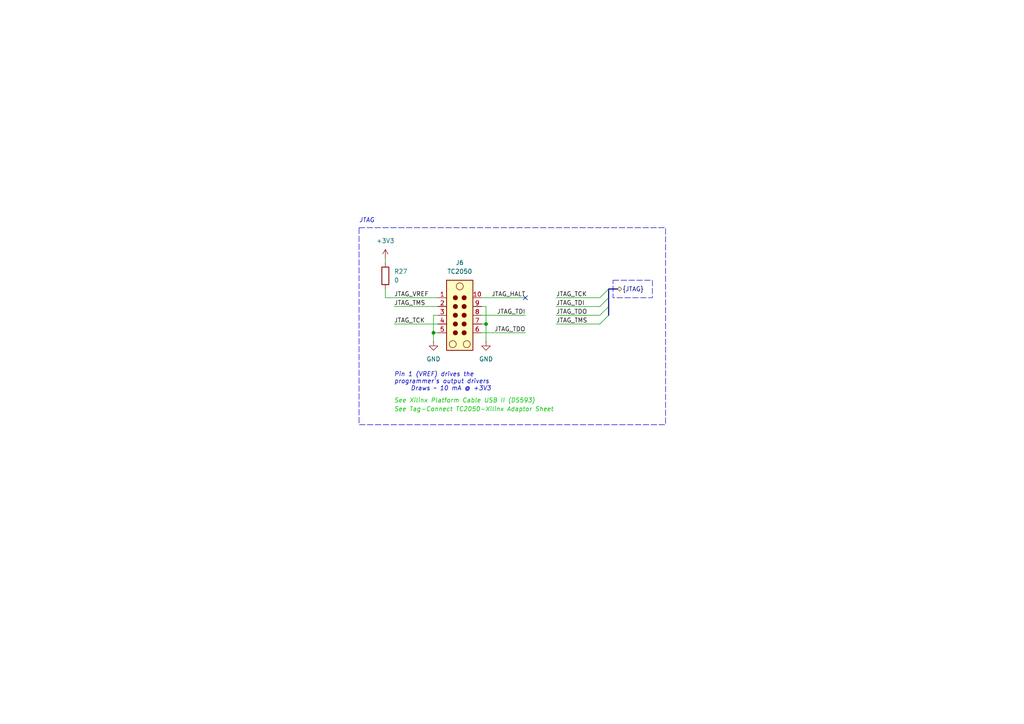
<source format=kicad_sch>
(kicad_sch (version 20250114) (generator "eeschema") (generator_version "9.0")
  (paper "A4")
  (title_block (title "nuku.carrier.template.basic") (date "2025-06-28") (rev "0") (company "Samuel López Asunción") (comment 1 "@supersmau"))
  (lib_symbols
    (symbol "Connector:TC2050" (in_bom no)
      (property "Reference" "J" (at 1.27 11.43 0))
      (property "Value" "TC2050" (at 1.27 -11.43 0))
      (symbol "TC2050_1_1"
        (rectangle (start -2.54 10.16) (end 5.08 -10.16) (stroke (width 0.254)) (fill (type background)))
        (circle (center -0.762 -8.382) (radius 1.016))
        (circle (center 0 5.08) (radius 0.635) (fill (type outline)))
        (circle (center 0 2.54) (radius 0.635) (fill (type outline)))
        (circle (center 0 0) (radius 0.635) (fill (type outline)))
        (circle (center 0 -2.54) (radius 0.635) (fill (type outline)))
        (circle (center 0 -5.08) (radius 0.635) (fill (type outline)))
        (circle (center 1.27 8.382) (radius 1.016))
        (circle (center 2.54 5.08) (radius 0.635) (fill (type outline)))
        (circle (center 2.54 2.54) (radius 0.635) (fill (type outline)))
        (circle (center 2.54 0) (radius 0.635) (fill (type outline)))
        (circle (center 2.54 -2.54) (radius 0.635) (fill (type outline)))
        (circle (center 2.54 -5.08) (radius 0.635) (fill (type outline)))
        (circle (center 3.302 -8.382) (radius 1.016))
        (pin passive line (at -5.08 5.08 0) (length 2.54) (name "~") (number "1"))
        (pin passive line (at -5.08 2.54 0) (length 2.54) (name "~") (number "2"))
        (pin passive line (at -5.08 0 0) (length 2.54) (name "~") (number "3"))
        (pin passive line (at -5.08 -2.54 0) (length 2.54) (name "~") (number "4"))
        (pin passive line (at -5.08 -5.08 0) (length 2.54) (name "~") (number "5"))
        (pin passive line (at 7.62 5.08 180) (length 2.54) (name "~") (number "10"))
        (pin passive line (at 7.62 2.54 180) (length 2.54) (name "~") (number "9"))
        (pin passive line (at 7.62 0 180) (length 2.54) (name "~") (number "8"))
        (pin passive line (at 7.62 -2.54 180) (length 2.54) (name "~") (number "7"))
        (pin passive line (at 7.62 -5.08 180) (length 2.54) (name "~") (number "6"))
      )
    )
    (symbol "Device:R" (pin_numbers (hide yes)) (pin_names (offset 0))
      (property "Reference" "R" (at 2.032 0 90))
      (property "Value" "R" (at 0 0 90))
      (symbol "R_0_1"
        (rectangle (start -1.016 -2.54) (end 1.016 2.54) (stroke (width 0.254)))
      )
      (symbol "R_1_1"
        (pin passive line (at 0 3.81 270) (length 1.27) (name "~") (number "1"))
        (pin passive line (at 0 -3.81 90) (length 1.27) (name "~") (number "2"))
      )
    )
    (symbol "power:GND" (power) (pin_numbers (hide yes)) (pin_names (offset 0) (hide yes))
      (property "Value" "GND" (at 0 -3.81 0))
      (symbol "GND_0_1"
        (polyline (pts (xy 0 0) (xy 0 -1.27) (xy 1.27 -1.27) (xy 0 -2.54) (xy -1.27 -1.27) (xy 0 -1.27)))
      )
      (symbol "GND_1_1"
        (pin power_in line (at 0 0 270) (length 0) (name "~") (number "1"))
      )
    )
    (symbol "power:VCC" (power) (pin_numbers (hide yes)) (pin_names (offset 0) (hide yes))
      (property "Value" "VCC" (at 0 3.556 0))
      (symbol "VCC_0_1"
        (polyline (pts (xy -0.762 1.27) (xy 0 2.54)))
        (polyline (pts (xy 0 2.54) (xy 0.762 1.27)))
        (polyline (pts (xy 0 0) (xy 0 2.54)))
      )
      (symbol "VCC_1_1"
        (pin power_in line (at 0 0 90) (length 0) (name "~") (number "1"))
      )
    )
  )
  (rectangle (start 177.8 86.36) (end 189.23 81.28) (stroke (width 0) (type dash)))
  (rectangle (start 104.14 66.04) (end 193.04 123.19) (stroke (width 0) (type dash)))
  (text "Pin 1 (VREF) drives the\nprogrammer's output drivers\n	Draws ~ 10 mA @ +3V3" (at 114.3 107.95 0) (effects (font (size 1.27 1.27) (italic yes)) (justify left top)))
  (text "See Tag-Connect TC2050-Xilinx Adaptor Sheet" (at 114.3 118.11 0) (effects (font (size 1.27 1.27) (italic yes)) (justify left top)))
  (text "See Xilinx Platform Cable USB II (DS593)" (at 114.3 115.57 0) (effects (font (size 1.27 1.27) (italic yes)) (justify left top)))
  (text "JTAG" (at 104.14 64.77 0) (effects (font (size 1.27 1.27) (italic yes)) (justify left bottom)))
  (junction (at 140.97 93.98))
  (junction (at 125.73 96.52))
  (no_connect (at 152.4 86.36))
  (bus_entry (at 173.99 88.9) (size 2.54 -2.54))
  (bus_entry (at 173.99 93.98) (size 2.54 -2.54))
  (bus_entry (at 173.99 91.44) (size 2.54 -2.54))
  (bus_entry (at 176.53 83.82) (size -2.54 2.54))
  (wire (pts (xy 161.29 91.44) (xy 173.99 91.44)))
  (wire (pts (xy 139.7 91.44) (xy 152.4 91.44)))
  (bus (pts (xy 176.53 91.44) (xy 176.53 88.9)))
  (wire (pts (xy 139.7 86.36) (xy 152.4 86.36)))
  (wire (pts (xy 140.97 99.06) (xy 140.97 93.98)))
  (wire (pts (xy 127 91.44) (xy 125.73 91.44)))
  (bus (pts (xy 176.53 83.82) (xy 179.07 83.82)))
  (wire (pts (xy 125.73 96.52) (xy 127 96.52)))
  (wire (pts (xy 161.29 86.36) (xy 173.99 86.36)))
  (wire (pts (xy 161.29 88.9) (xy 173.99 88.9)))
  (wire (pts (xy 125.73 96.52) (xy 125.73 99.06)))
  (wire (pts (xy 111.76 86.36) (xy 127 86.36)))
  (wire (pts (xy 111.76 76.2) (xy 111.76 74.93)))
  (wire (pts (xy 114.3 93.98) (xy 127 93.98)))
  (wire (pts (xy 161.29 93.98) (xy 173.99 93.98)))
  (wire (pts (xy 139.7 96.52) (xy 152.4 96.52)))
  (wire (pts (xy 125.73 91.44) (xy 125.73 96.52)))
  (wire (pts (xy 114.3 88.9) (xy 127 88.9)))
  (bus (pts (xy 176.53 88.9) (xy 176.53 86.36)))
  (wire (pts (xy 139.7 88.9) (xy 140.97 88.9)))
  (wire (pts (xy 140.97 93.98) (xy 139.7 93.98)))
  (wire (pts (xy 140.97 88.9) (xy 140.97 93.98)))
  (bus (pts (xy 176.53 86.36) (xy 176.53 83.82)))
  (wire (pts (xy 111.76 86.36) (xy 111.76 83.82)))
  (label "JTAG_TDO" (at 161.29 91.44 0))
  (label "JTAG_TCK" (at 161.29 86.36 0))
  (label "JTAG_TCK" (at 114.3 93.98 0))
  (label "JTAG_TDI" (at 161.29 88.9 0))
  (label "JTAG_TMS" (at 114.3 88.9 0))
  (label "JTAG_TMS" (at 161.29 93.98 0))
  (label "JTAG_TDO" (at 152.4 96.52 180))
  (label "JTAG_TDI" (at 152.4 91.44 180))
  (label "JTAG_VREF" (at 114.3 86.36 0))
  (label "JTAG_HALT" (at 152.4 86.36 180))
  (hierarchical_label "{JTAG}" (shape bidirectional) (at 179.07 83.82 0))
  (symbol (lib_id "Connector:TC2050") (at 132.08 91.44 0) (unit 1) (in_bom no)
    (property "Reference" "J6" (at 133.35 76.2 0))
    (property "Value" "TC2050" (at 133.35 78.74 0))
    (property "Footprint" "Connector:Tag-Connect_TC2050-IDC-FP_2x05_P1.27mm_Vertical" (effects (hide yes)))
    (property "Datasheet" "https://www.tag-connect.com/wp-content/uploads/bsk-pdf-manager/TC2050-IDC-NL_Datasheet_8.pdf" (effects (hide yes)))
    (property "Description" "Tag-Connect’s 10-pins connector" (effects (hide yes)))
  )
  (symbol (lib_id "power:VCC") (at 111.76 74.93 0) (unit 1)
    (property "Reference" "#PWR033" (effects (hide yes)))
    (property "Value" "+3V3" (at 111.76 69.85 0))
    (property "Description" "Power symbol creates a global label with name \"VCC\"" (effects (hide yes)))
  )
  (symbol (lib_id "power:GND") (at 140.97 99.06 0) (unit 1)
    (property "Reference" "#PWR035" (effects (hide yes)))
    (property "Value" "GND" (at 140.97 104.14 0))
    (property "Description" "Power symbol creates a global label with name \"GND\" , ground" (effects (hide yes)))
  )
  (symbol (lib_id "power:GND") (at 125.73 99.06 0) (unit 1)
    (property "Reference" "#PWR034" (effects (hide yes)))
    (property "Value" "GND" (at 125.73 104.14 0))
    (property "Description" "Power symbol creates a global label with name \"GND\" , ground" (effects (hide yes)))
  )
  (symbol (lib_id "Device:R") (at 111.76 80.01 0) (mirror y) (unit 1)
    (property "Reference" "R27" (at 114.3 78.7399 0) (effects (justify right)))
    (property "Value" "0" (at 114.3 81.2799 0) (effects (justify right)))
    (property "Footprint" "Resistor_SMD:R_0402_1005Metric" (effects (hide yes)))
    (property "Description" "Resistor" (effects (hide yes)))
    (property "LCSC" "C17168" (effects (hide yes)))
  )
)
</source>
